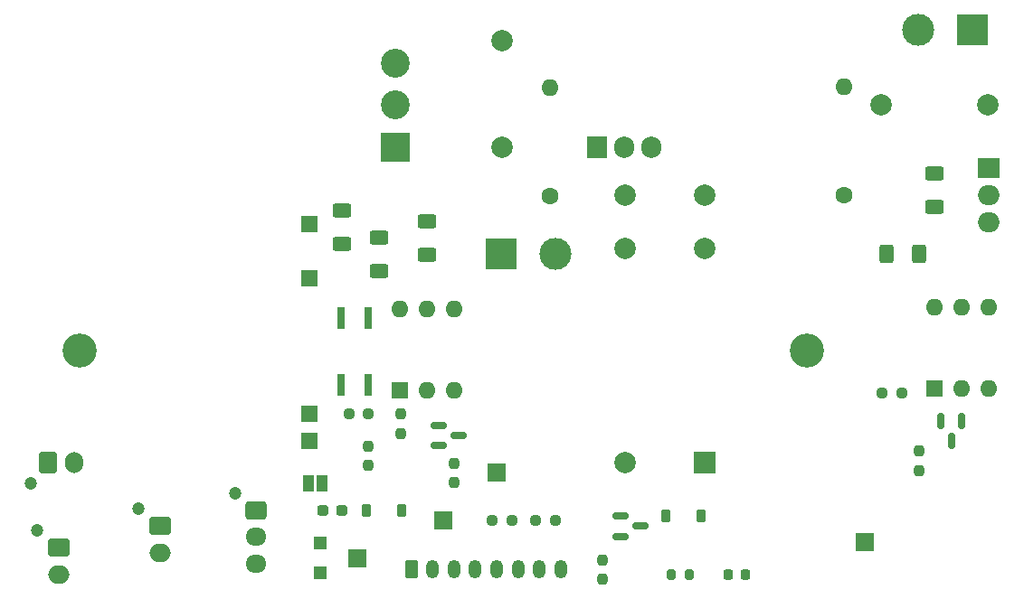
<source format=gts>
G04 #@! TF.GenerationSoftware,KiCad,Pcbnew,8.0.4*
G04 #@! TF.CreationDate,2025-01-01T16:22:17-06:00*
G04 #@! TF.ProjectId,HVBoard,4856426f-6172-4642-9e6b-696361645f70,rev?*
G04 #@! TF.SameCoordinates,Original*
G04 #@! TF.FileFunction,Soldermask,Top*
G04 #@! TF.FilePolarity,Negative*
%FSLAX46Y46*%
G04 Gerber Fmt 4.6, Leading zero omitted, Abs format (unit mm)*
G04 Created by KiCad (PCBNEW 8.0.4) date 2025-01-01 16:22:17*
%MOMM*%
%LPD*%
G01*
G04 APERTURE LIST*
G04 Aperture macros list*
%AMRoundRect*
0 Rectangle with rounded corners*
0 $1 Rounding radius*
0 $2 $3 $4 $5 $6 $7 $8 $9 X,Y pos of 4 corners*
0 Add a 4 corners polygon primitive as box body*
4,1,4,$2,$3,$4,$5,$6,$7,$8,$9,$2,$3,0*
0 Add four circle primitives for the rounded corners*
1,1,$1+$1,$2,$3*
1,1,$1+$1,$4,$5*
1,1,$1+$1,$6,$7*
1,1,$1+$1,$8,$9*
0 Add four rect primitives between the rounded corners*
20,1,$1+$1,$2,$3,$4,$5,0*
20,1,$1+$1,$4,$5,$6,$7,0*
20,1,$1+$1,$6,$7,$8,$9,0*
20,1,$1+$1,$8,$9,$2,$3,0*%
G04 Aperture macros list end*
%ADD10C,3.200000*%
%ADD11R,3.000000X3.000000*%
%ADD12C,3.000000*%
%ADD13RoundRect,0.237500X0.250000X0.237500X-0.250000X0.237500X-0.250000X-0.237500X0.250000X-0.237500X0*%
%ADD14RoundRect,0.237500X-0.237500X0.250000X-0.237500X-0.250000X0.237500X-0.250000X0.237500X0.250000X0*%
%ADD15RoundRect,0.237500X-0.250000X-0.237500X0.250000X-0.237500X0.250000X0.237500X-0.250000X0.237500X0*%
%ADD16RoundRect,0.225000X0.225000X0.375000X-0.225000X0.375000X-0.225000X-0.375000X0.225000X-0.375000X0*%
%ADD17RoundRect,0.237500X-0.287500X-0.237500X0.287500X-0.237500X0.287500X0.237500X-0.287500X0.237500X0*%
%ADD18RoundRect,0.237500X0.237500X-0.250000X0.237500X0.250000X-0.237500X0.250000X-0.237500X-0.250000X0*%
%ADD19RoundRect,0.150000X-0.150000X0.587500X-0.150000X-0.587500X0.150000X-0.587500X0.150000X0.587500X0*%
%ADD20R,2.000000X1.905000*%
%ADD21O,2.000000X1.905000*%
%ADD22RoundRect,0.250000X0.625000X-0.400000X0.625000X0.400000X-0.625000X0.400000X-0.625000X-0.400000X0*%
%ADD23R,1.600000X1.600000*%
%ADD24O,1.600000X1.600000*%
%ADD25R,1.700000X1.700000*%
%ADD26C,1.600000*%
%ADD27C,1.200000*%
%ADD28RoundRect,0.250000X-0.750000X0.600000X-0.750000X-0.600000X0.750000X-0.600000X0.750000X0.600000X0*%
%ADD29O,2.000000X1.700000*%
%ADD30RoundRect,0.150000X-0.587500X-0.150000X0.587500X-0.150000X0.587500X0.150000X-0.587500X0.150000X0*%
%ADD31R,0.640000X2.000000*%
%ADD32R,2.700000X2.700000*%
%ADD33C,2.700000*%
%ADD34R,1.000000X1.500000*%
%ADD35RoundRect,0.250000X-0.600000X-0.750000X0.600000X-0.750000X0.600000X0.750000X-0.600000X0.750000X0*%
%ADD36O,1.700000X2.000000*%
%ADD37RoundRect,0.200000X-0.200000X-0.275000X0.200000X-0.275000X0.200000X0.275000X-0.200000X0.275000X0*%
%ADD38RoundRect,0.250000X0.400000X0.625000X-0.400000X0.625000X-0.400000X-0.625000X0.400000X-0.625000X0*%
%ADD39RoundRect,0.250000X-0.725000X0.600000X-0.725000X-0.600000X0.725000X-0.600000X0.725000X0.600000X0*%
%ADD40O,1.950000X1.700000*%
%ADD41R,1.200000X1.200000*%
%ADD42C,2.000000*%
%ADD43R,2.000000X2.000000*%
%ADD44R,1.905000X2.000000*%
%ADD45O,1.905000X2.000000*%
%ADD46RoundRect,0.250000X-0.350000X-0.625000X0.350000X-0.625000X0.350000X0.625000X-0.350000X0.625000X0*%
%ADD47O,1.200000X1.750000*%
%ADD48RoundRect,0.218750X0.218750X0.256250X-0.218750X0.256250X-0.218750X-0.256250X0.218750X-0.256250X0*%
%ADD49R,1.524000X1.524000*%
G04 APERTURE END LIST*
D10*
G04 #@! TO.C,H6*
X91000000Y-47000000D03*
G04 #@! TD*
G04 #@! TO.C,H5*
X23000000Y-47000000D03*
G04 #@! TD*
D11*
G04 #@! TO.C,J7*
X62420000Y-38000000D03*
D12*
X67500000Y-38000000D03*
G04 #@! TD*
D13*
G04 #@! TO.C,R17*
X50000000Y-53000000D03*
X48175000Y-53000000D03*
G04 #@! TD*
D14*
G04 #@! TO.C,R4*
X50000000Y-56000000D03*
X50000000Y-57825000D03*
G04 #@! TD*
D15*
G04 #@! TO.C,R19*
X65675000Y-63000000D03*
X67500000Y-63000000D03*
G04 #@! TD*
D16*
G04 #@! TO.C,D1*
X81150000Y-62500000D03*
X77850000Y-62500000D03*
G04 #@! TD*
D17*
G04 #@! TO.C,F1*
X45750000Y-62000000D03*
X47500000Y-62000000D03*
G04 #@! TD*
D18*
G04 #@! TO.C,R15*
X101550000Y-58262500D03*
X101550000Y-56437500D03*
G04 #@! TD*
D19*
G04 #@! TO.C,Q6*
X105500000Y-53625000D03*
X103600000Y-53625000D03*
X104550000Y-55500000D03*
G04 #@! TD*
D15*
G04 #@! TO.C,R12*
X98087500Y-51000000D03*
X99912500Y-51000000D03*
G04 #@! TD*
D18*
G04 #@! TO.C,R7*
X53000000Y-54825000D03*
X53000000Y-53000000D03*
G04 #@! TD*
D20*
G04 #@! TO.C,Q5*
X108055000Y-29960000D03*
D21*
X108055000Y-32500000D03*
X108055000Y-35040000D03*
G04 #@! TD*
D22*
G04 #@! TO.C,R6*
X55500000Y-38050000D03*
X55500000Y-34950000D03*
G04 #@! TD*
D23*
G04 #@! TO.C,U2*
X52920000Y-50800000D03*
D24*
X55460000Y-50800000D03*
X58000000Y-50800000D03*
X58000000Y-43180000D03*
X55460000Y-43180000D03*
X52920000Y-43180000D03*
G04 #@! TD*
D25*
G04 #@! TO.C,TP3*
X96500000Y-65000000D03*
G04 #@! TD*
D18*
G04 #@! TO.C,R1*
X71937500Y-68500000D03*
X71937500Y-66675000D03*
G04 #@! TD*
D26*
G04 #@! TO.C,R8*
X67000000Y-32580000D03*
D24*
X67000000Y-22420000D03*
G04 #@! TD*
D27*
G04 #@! TO.C,J5*
X28500000Y-61900000D03*
D28*
X30500000Y-63500000D03*
D29*
X30500000Y-66000000D03*
G04 #@! TD*
D30*
G04 #@! TO.C,Q4*
X58437500Y-55000000D03*
X56562500Y-55950000D03*
X56562500Y-54050000D03*
G04 #@! TD*
D16*
G04 #@! TO.C,D3*
X53150000Y-62000000D03*
X49850000Y-62000000D03*
G04 #@! TD*
D31*
G04 #@! TO.C,U1*
X50000000Y-44000000D03*
X47460000Y-44000000D03*
X47460000Y-50300000D03*
X50000000Y-50300000D03*
G04 #@! TD*
D32*
G04 #@! TO.C,J3*
X52500000Y-28000000D03*
D33*
X52500000Y-24040000D03*
X52500000Y-20080000D03*
G04 #@! TD*
D27*
G04 #@! TO.C,J9*
X19000000Y-63900000D03*
D28*
X21000000Y-65500000D03*
D29*
X21000000Y-68000000D03*
G04 #@! TD*
D18*
G04 #@! TO.C,R10*
X58000000Y-59412500D03*
X58000000Y-57587500D03*
G04 #@! TD*
D11*
G04 #@! TO.C,J8*
X106500000Y-17000000D03*
D12*
X101420000Y-17000000D03*
G04 #@! TD*
D22*
G04 #@! TO.C,R5*
X47500000Y-37050000D03*
X47500000Y-33950000D03*
G04 #@! TD*
D34*
G04 #@! TO.C,JP1*
X44350000Y-59500000D03*
X45650000Y-59500000D03*
G04 #@! TD*
D30*
G04 #@! TO.C,Q1*
X73562500Y-62550000D03*
X73562500Y-64450000D03*
X75437500Y-63500000D03*
G04 #@! TD*
D27*
G04 #@! TO.C,J4*
X18400000Y-59500000D03*
D35*
X20000000Y-57500000D03*
D36*
X22500000Y-57500000D03*
G04 #@! TD*
D37*
G04 #@! TO.C,R2*
X78350000Y-68000000D03*
X80000000Y-68000000D03*
G04 #@! TD*
D38*
G04 #@! TO.C,R11*
X101550000Y-38000000D03*
X98450000Y-38000000D03*
G04 #@! TD*
D23*
G04 #@! TO.C,U3*
X102960000Y-50620000D03*
D24*
X105500000Y-50620000D03*
X108040000Y-50620000D03*
X108040000Y-43000000D03*
X105500000Y-43000000D03*
X102960000Y-43000000D03*
G04 #@! TD*
D22*
G04 #@! TO.C,R3*
X51000000Y-39550000D03*
X51000000Y-36450000D03*
G04 #@! TD*
D27*
G04 #@! TO.C,J6*
X37500000Y-60400000D03*
D39*
X39500000Y-62000000D03*
D40*
X39500000Y-64500000D03*
X39500000Y-67000000D03*
G04 #@! TD*
D26*
G04 #@! TO.C,R13*
X94500000Y-32500000D03*
D24*
X94500000Y-22340000D03*
G04 #@! TD*
D25*
G04 #@! TO.C,TP6*
X49000000Y-66500000D03*
G04 #@! TD*
D41*
G04 #@! TO.C,D2*
X45500000Y-65100000D03*
X45500000Y-67900000D03*
G04 #@! TD*
D42*
G04 #@! TO.C,K1*
X81500000Y-37500000D03*
X74000000Y-37500000D03*
X81500000Y-32500000D03*
X74000000Y-32500000D03*
D43*
X81500000Y-57500000D03*
D42*
X74000000Y-57500000D03*
G04 #@! TD*
D44*
G04 #@! TO.C,Q3*
X71420000Y-28000000D03*
D45*
X73960000Y-28000000D03*
X76500000Y-28000000D03*
G04 #@! TD*
D42*
G04 #@! TO.C,C3*
X62500000Y-18000000D03*
X62500000Y-28000000D03*
G04 #@! TD*
D25*
G04 #@! TO.C,TP2*
X62000000Y-58500000D03*
G04 #@! TD*
D46*
G04 #@! TO.C,J2*
X54000000Y-67500000D03*
D47*
X56000000Y-67500000D03*
X58000000Y-67500000D03*
X60000000Y-67500000D03*
X62000000Y-67500000D03*
X64000000Y-67500000D03*
X66000000Y-67500000D03*
X68000000Y-67500000D03*
G04 #@! TD*
D48*
G04 #@! TO.C,D4*
X85287500Y-68000000D03*
X83712500Y-68000000D03*
G04 #@! TD*
D13*
G04 #@! TO.C,R18*
X63412500Y-63000000D03*
X61587500Y-63000000D03*
G04 #@! TD*
D25*
G04 #@! TO.C,TP1*
X57000000Y-63000000D03*
G04 #@! TD*
D42*
G04 #@! TO.C,C1*
X98000000Y-24000000D03*
X108000000Y-24000000D03*
G04 #@! TD*
D22*
G04 #@! TO.C,R14*
X103000000Y-33550000D03*
X103000000Y-30450000D03*
G04 #@! TD*
D49*
G04 #@! TO.C,U4*
X44500000Y-35220000D03*
X44500000Y-40300000D03*
X44500000Y-53000000D03*
X44500000Y-55540000D03*
G04 #@! TD*
M02*

</source>
